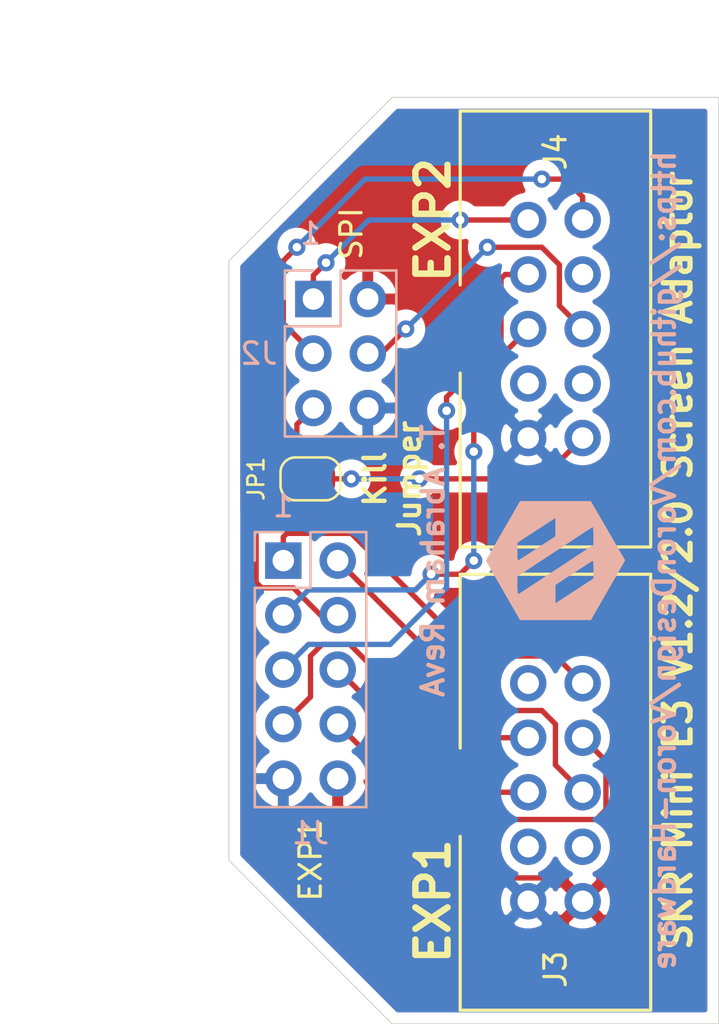
<source format=kicad_pcb>
(kicad_pcb (version 20211014) (generator pcbnew)
  (layers (0 "F.Cu" signal) (31 "B.Cu" signal) (34 "B.Paste" user) (35 "F.Paste" user) (36 "B.SilkS" user "B.Silkscreen") (37 "F.SilkS" user "F.Silkscreen") (38 "B.Mask" user) (39 "F.Mask" user) (44 "Edge.Cuts" user))
  (net 0 "")
  (net 1 "/+5V")
  (net 2 "/GND")
  (net 3 "/PB15")
  (net 4 "/PB8")
  (net 5 "/PB9")
  (net 6 "/PA10")
  (net 7 "/RST")
  (net 8 "/PA9")
  (net 9 "/PA15")
  (net 10 "/PB5")
  (net 11 "/MOSI")
  (net 12 "/SCK")
  (net 13 "/MISO")
  (net 14 "/Kill")
  (footprint "TRA_KiCad_Footprints:Shrouded_2x5_pin_header" (layer "F.Cu") (at 138.43 117.475 -90)
    (fp_text reference "J3" (at 8.255 0 90) (layer "F.SilkS"))
    (fp_text value "Screen_EXP1")
    (fp_line (start 0 -4.445) (end 10.16 -4.445) (layer "F.SilkS") (width 0.15))
    (fp_line (start -2.055 4.445) (end -10.16 4.445) (layer "F.SilkS") (width 0.15))
    (fp_line (start 0 -4.445) (end -10.16 -4.445) (layer "F.SilkS") (width 0.15))
    (fp_line (start 10.16 -4.445) (end 10.16 4.445) (layer "F.SilkS") (width 0.15))
    (fp_line (start 10.16 4.445) (end 2.055 4.445) (layer "F.SilkS") (width 0.15))
    (fp_line (start -10.16 4.445) (end -10.16 -4.445) (layer "F.SilkS") (width 0.15))
    (pad "1" thru_hole circle (at -5.08 1.27 270) (size 1.7 1.7) (drill 1) (layers *.Cu *.Mask))
    (pad "2" thru_hole circle (at -5.08 -1.27 270) (size 1.7 1.7) (drill 1) (layers *.Cu *.Mask) (net 10 "/PB5"))
    (pad "3" thru_hole circle (at -2.54 1.27 270) (size 1.7 1.7) (drill 1) (layers *.Cu *.Mask) (net 4 "/PB8"))
    (pad "4" thru_hole circle (at -2.54 -1.27 270) (size 1.7 1.7) (drill 1) (layers *.Cu *.Mask) (net 3 "/PB15"))
    (pad "5" thru_hole circle (at 0 1.27 270) (size 1.7 1.7) (drill 1) (layers *.Cu *.Mask) (net 5 "/PB9"))
    (pad "6" thru_hole circle (at 0 -1.27 270) (size 1.7 1.7) (drill 1) (layers *.Cu *.Mask) (net 9 "/PA15"))
    (pad "7" thru_hole circle (at 2.54 1.27 270) (size 1.7 1.7) (drill 1) (layers *.Cu *.Mask))
    (pad "8" thru_hole circle (at 2.54 -1.27 270) (size 1.7 1.7) (drill 1) (layers *.Cu *.Mask))
    (pad "9" thru_hole circle (at 5.08 1.27 270) (size 1.7 1.7) (drill 1) (layers *.Cu *.Mask) (net 2 "/GND"))
    (pad "10" thru_hole circle (at 5.08 -1.27 270) (size 1.7 1.7) (drill 1) (layers *.Cu *.Mask) (net 1 "/+5V"))
  )
  (footprint "TRA_KiCad_Footprints:Shrouded_2x5_pin_header" (layer "F.Cu") (at 138.43 95.885 -90)
    (fp_text reference "J4" (at -8.255 0 90) (layer "F.SilkS"))
    (fp_text value "Screen_EXP2")
    (fp_line (start 10.16 4.445) (end 2.055 4.445) (layer "F.SilkS") (width 0.15))
    (fp_line (start 0 -4.445) (end -10.16 -4.445) (layer "F.SilkS") (width 0.15))
    (fp_line (start 0 -4.445) (end 10.16 -4.445) (layer "F.SilkS") (width 0.15))
    (fp_line (start -10.16 4.445) (end -10.16 -4.445) (layer "F.SilkS") (width 0.15))
    (fp_line (start -2.055 4.445) (end -10.16 4.445) (layer "F.SilkS") (width 0.15))
    (fp_line (start 10.16 -4.445) (end 10.16 4.445) (layer "F.SilkS") (width 0.15))
    (pad "1" thru_hole circle (at -5.08 1.27 270) (size 1.7 1.7) (drill 1) (layers *.Cu *.Mask) (net 13 "/MISO"))
    (pad "2" thru_hole circle (at -5.08 -1.27 270) (size 1.7 1.7) (drill 1) (layers *.Cu *.Mask) (net 12 "/SCK"))
    (pad "3" thru_hole circle (at -2.54 1.27 270) (size 1.7 1.7) (drill 1) (layers *.Cu *.Mask) (net 6 "/PA10"))
    (pad "4" thru_hole circle (at -2.54 -1.27 270) (size 1.7 1.7) (drill 1) (layers *.Cu *.Mask))
    (pad "5" thru_hole circle (at 0 1.27 270) (size 1.7 1.7) (drill 1) (layers *.Cu *.Mask) (net 8 "/PA9"))
    (pad "6" thru_hole circle (at 0 -1.27 270) (size 1.7 1.7) (drill 1) (layers *.Cu *.Mask) (net 11 "/MOSI"))
    (pad "7" thru_hole circle (at 2.54 1.27 270) (size 1.7 1.7) (drill 1) (layers *.Cu *.Mask))
    (pad "8" thru_hole circle (at 2.54 -1.27 270) (size 1.7 1.7) (drill 1) (layers *.Cu *.Mask))
    (pad "9" thru_hole circle (at 5.08 1.27 270) (size 1.7 1.7) (drill 1) (layers *.Cu *.Mask) (net 2 "/GND"))
    (pad "10" thru_hole circle (at 5.08 -1.27 270) (size 1.7 1.7) (drill 1) (layers *.Cu *.Mask) (net 14 "/Kill"))
  )
  (footprint "Jumper:SolderJumper-2_P1.3mm_Bridged_RoundedPad1.0x1.5mm" (layer "F.Cu") (at 127 102.87)
    (fp_text reference "JP1" (at -2.54 0 90) (layer "F.SilkS") (effects (font (size 0.75 0.75) (thickness 0.12))))
    (fp_text value "Jumper_NC_Small")
    (fp_poly (pts (xy 0.25 -0.3) (xy -0.25 -0.3) (xy -0.25 0.3) (xy 0.25 0.3)) (layer "F.Cu") (width 0) (fill solid))
    (fp_line (start -0.7 -1) (end 0.7 -1) (layer "F.SilkS") (width 0.12))
    (fp_line (start -1.4 0.3) (end -1.4 -0.3) (layer "F.SilkS") (width 0.12))
    (fp_line (start 0.7 1) (end -0.7 1) (layer "F.SilkS") (width 0.12))
    (fp_line (start 1.4 -0.3) (end 1.4 0.3) (layer "F.SilkS") (width 0.12))
    (fp_arc (start -0.7 1) (mid -1.194975 0.794975) (end -1.4 0.3) (layer "F.SilkS") (width 0.12))
    (fp_arc (start 0.7 -1) (mid 1.194975 -0.794975) (end 1.4 -0.3) (layer "F.SilkS") (width 0.12))
    (fp_arc (start 1.4 0.3) (mid 1.194975 0.794975) (end 0.7 1) (layer "F.SilkS") (width 0.12))
    (fp_arc (start -1.4 -0.3) (mid -1.194975 -0.794975) (end -0.7 -1) (layer "F.SilkS") (width 0.12))
    (pad "1" smd custom locked (at -0.65 0) (size 1 0.5) (layers "F.Cu" "F.Mask") (net 7 "/RST") (options (clearance outline) (anchor rect)) (primitives (gr_circle (center 0 0.25) (end 0.5 0.25) (width 0) (fill yes)) (gr_circle (center 0 -0.25) (end 0.5 -0.25) (width 0) (fill yes)) (gr_poly (pts (xy 0.5 0.75) (xy 0 0.75) (xy 0 -0.75) (xy 0.5 -0.75)) (width 0) (fill yes))))
    (pad "2" smd custom locked (at 0.65 0) (size 1 0.5) (layers "F.Cu" "F.Mask") (net 14 "/Kill") (options (clearance outline) (anchor rect)) (primitives (gr_circle (center 0 0.25) (end 0.5 0.25) (width 0) (fill yes)) (gr_circle (center 0 -0.25) (end 0.5 -0.25) (width 0) (fill yes)) (gr_poly (pts (xy 0 0.75) (xy -0.5 0.75) (xy -0.5 -0.75) (xy 0 -0.75)) (width 0) (fill yes))))
  )
  (footprint "Connector_PinSocket_2.54mm:PinSocket_2x05_P2.54mm_Vertical" (layer "B.Cu") (at 125.73 106.68 180)
    (fp_text reference "J1" (at -1.27 -12.7) (layer "B.SilkS") (effects (justify mirror)))
    (fp_text value "Board_EXP1")
    (fp_line (start -3.87 -11.49) (end 1.33 -11.49) (layer "B.SilkS") (width 0.12))
    (fp_line (start 0 1.33) (end 1.33 1.33) (layer "B.SilkS") (width 0.12))
    (fp_line (start -1.27 -1.27) (end 1.33 -1.27) (layer "B.SilkS") (width 0.12))
    (fp_line (start 1.33 1.33) (end 1.33 0) (layer "B.SilkS") (width 0.12))
    (fp_line (start -1.27 1.33) (end -1.27 -1.27) (layer "B.SilkS") (width 0.12))
    (fp_line (start 1.33 -1.27) (end 1.33 -11.49) (layer "B.SilkS") (width 0.12))
    (fp_line (start -3.87 1.33) (end -3.87 -11.49) (layer "B.SilkS") (width 0.12))
    (fp_line (start -3.87 1.33) (end -1.27 1.33) (layer "B.SilkS") (width 0.12))
    (pad "1" thru_hole rect locked (at 0 0 180) (size 1.7 1.7) (drill 1) (layers *.Cu *.Mask) (net 10 "/PB5"))
    (pad "2" thru_hole oval locked (at -2.54 0 180) (size 1.7 1.7) (drill 1) (layers *.Cu *.Mask) (net 9 "/PA15"))
    (pad "3" thru_hole oval locked (at 0 -2.54 180) (size 1.7 1.7) (drill 1) (layers *.Cu *.Mask) (net 8 "/PA9"))
    (pad "4" thru_hole oval locked (at -2.54 -2.54 180) (size 1.7 1.7) (drill 1) (layers *.Cu *.Mask) (net 7 "/RST"))
    (pad "5" thru_hole oval locked (at 0 -5.08 180) (size 1.7 1.7) (drill 1) (layers *.Cu *.Mask) (net 6 "/PA10"))
    (pad "6" thru_hole oval locked (at -2.54 -5.08 180) (size 1.7 1.7) (drill 1) (layers *.Cu *.Mask) (net 5 "/PB9"))
    (pad "7" thru_hole oval locked (at 0 -7.62 180) (size 1.7 1.7) (drill 1) (layers *.Cu *.Mask) (net 4 "/PB8"))
    (pad "8" thru_hole oval locked (at -2.54 -7.62 180) (size 1.7 1.7) (drill 1) (layers *.Cu *.Mask) (net 3 "/PB15"))
    (pad "9" thru_hole oval locked (at 0 -10.16 180) (size 1.7 1.7) (drill 1) (layers *.Cu *.Mask) (net 2 "/GND"))
    (pad "10" thru_hole oval locked (at -2.54 -10.16 180) (size 1.7 1.7) (drill 1) (layers *.Cu *.Mask) (net 1 "/+5V"))
  )
  (footprint "Connector_PinSocket_2.54mm:PinSocket_2x03_P2.54mm_Vertical" (layer "B.Cu") (at 127.133 94.488 180)
    (fp_text reference "J2" (at 2.54 -2.54) (layer "B.SilkS") (effects (justify mirror)))
    (fp_text value "Board_SPI")
    (fp_line (start 1.33 -1.27) (end 1.33 -6.41) (layer "B.SilkS") (width 0.12))
    (fp_line (start -1.27 1.33) (end -1.27 -1.27) (layer "B.SilkS") (width 0.12))
    (fp_line (start 1.33 1.33) (end 1.33 0) (layer "B.SilkS") (width 0.12))
    (fp_line (start -3.87 -6.41) (end 1.33 -6.41) (layer "B.SilkS") (width 0.12))
    (fp_line (start 0 1.33) (end 1.33 1.33) (layer "B.SilkS") (width 0.12))
    (fp_line (start -3.87 1.33) (end -3.87 -6.41) (layer "B.SilkS") (width 0.12))
    (fp_line (start -1.27 -1.27) (end 1.33 -1.27) (layer "B.SilkS") (width 0.12))
    (fp_line (start -3.87 1.33) (end -1.27 1.33) (layer "B.SilkS") (width 0.12))
    (pad "1" thru_hole rect locked (at 0 0 180) (size 1.7 1.7) (drill 1) (layers *.Cu *.Mask) (net 13 "/MISO"))
    (pad "2" thru_hole oval locked (at -2.54 0 180) (size 1.7 1.7) (drill 1) (layers *.Cu *.Mask) (net 1 "/+5V"))
    (pad "3" thru_hole oval locked (at 0 -2.54 180) (size 1.7 1.7) (drill 1) (layers *.Cu *.Mask) (net 12 "/SCK"))
    (pad "4" thru_hole oval locked (at -2.54 -2.54 180) (size 1.7 1.7) (drill 1) (layers *.Cu *.Mask) (net 11 "/MOSI"))
    (pad "5" thru_hole oval locked (at 0 -5.08 180) (size 1.7 1.7) (drill 1) (layers *.Cu *.Mask) (net 7 "/RST"))
    (pad "6" thru_hole oval locked (at -2.54 -5.08 180) (size 1.7 1.7) (drill 1) (layers *.Cu *.Mask) (net 2 "/GND"))
  )
  (footprint "TRA_KiCad_Footprints:VoronLogo_6pt5mm_silkScreen" (layer "B.Cu") (at 138.43 106.68 -90)
    (fp_text reference "G***" hide)
    (fp_text value "LOGO" hide)
    (fp_poly (pts (xy 2.7686 1.64985) (xy 2.7686 -1.649849) (xy 1.379308 -2.450524) (xy 1.039339 -2.646185) (xy 0.729012 -2.824267) (xy 0.458882 -2.978754) (xy 0.239505 -3.10363) (xy 0.081439 -3.192877) (xy -0.004761 -3.240478) (xy -0.017692 -3.24677) (xy -0.061819 -3.221166) (xy -0.183209 -3.150713) (xy -0.371255 -3.041566) (xy -0.615351 -2.899881) (xy -0.904891 -2.731815) (xy -1.229269 -2.543525) (xy -1.397 -2.446162) (xy -2.622352 -1.734876) (xy -1.566334 -1.734876) (xy -1.527559 -1.754402) (xy -1.409521 -1.769187) (xy -1.234533 -1.776891) (xy -1.159934 -1.777479) (xy -0.7366 -1.776959) (xy -0.722179 -1.755076) (xy 0 -1.755076) (xy 0.04685 -1.765563) (xy 0.171616 -1.7735) (xy 0.350623 -1.777596) (xy 0.4191 -1.777886) (xy 0.8382 -1.777772) (xy 1.3208 -1.034043) (xy 1.485838 -0.779678) (xy 1.637963 -0.545166) (xy 1.765863 -0.347951) (xy 1.858223 -0.205476) (xy 1.897288 -0.145156) (xy 1.991177 0) (xy 1.129093 0) (xy 0.564546 -0.866076) (xy 0.394034 -1.128735) (xy 0.244186 -1.361619) (xy 0.123286 -1.551683) (xy 0.039618 -1.685882) (xy 0.001465 -1.751172) (xy 0 -1.755076) (xy -0.722179 -1.755076) (xy 0.4064 -0.042603) (xy 0.654036 0.333568) (xy 0.884037 0.683745) (xy 1.09042 0.998762) (xy 1.267202 1.269449) (xy 1.408399 1.486639) (xy 1.508029 1.641163) (xy 1.560108 1.723852) (xy 1.566333 1.734877) (xy 1.527558 1.754403) (xy 1.40952 1.769188) (xy 1.234532 1.776892) (xy 1.159933 1.77748) (xy 0.7366 1.77696) (xy -0.4064 0.042604) (xy -0.654037 -0.333567) (xy -0.884038 -0.683744) (xy -1.090421 -0.998761) (xy -1.267203 -1.269448) (xy -1.4084 -1.486638) (xy -1.50803 -1.641162) (xy -1.560109 -1.723851) (xy -1.566334 -1.734876) (xy -2.622352 -1.734876) (xy -2.7686 -1.649983) (xy -2.7686 0) (xy -1.991178 0) (xy -1.129094 0) (xy -0.564547 0.866077) (xy -0.394035 1.128736) (xy -0.244187 1.36162) (xy -0.123287 1.551684) (xy -0.039619 1.685883) (xy -0.001466 1.751173) (xy 0 1.755077) (xy -0.046851 1.765564) (xy -0.171617 1.773501) (xy -0.350624 1.777597) (xy -0.4191 1.777887) (xy -0.8382 1.777773) (xy -1.3208 1.034044) (xy -1.485839 0.779679) (xy -1.637964 0.545167) (xy -1.765864 0.347952) (xy -1.858224 0.205477) (xy -1.897289 0.145157) (xy -1.991178 0) (xy -2.7686 0) (xy -2.7686 1.64985) (xy 0 3.245448) (xy 2.7686 1.64985)) (layer "B.SilkS") (width 0.01) (fill solid))
  )
  (gr_line (start 146.05 85.09) (end 146.05 128.27) (layer "Edge.Cuts") (width 0.05))
  (gr_line (start 130.81 128.27) (end 123.19 120.65) (layer "Edge.Cuts") (width 0.05))
  (gr_line (start 123.19 92.71) (end 123.19 120.65) (layer "Edge.Cuts") (width 0.05))
  (gr_line (start 146.05 85.09) (end 130.81 85.09) (layer "Edge.Cuts") (width 0.05))
  (gr_line (start 146.05 128.27) (end 130.81 128.27) (layer "Edge.Cuts") (width 0.05))
  (gr_line (start 130.81 85.09) (end 123.19 92.71) (layer "Edge.Cuts") (width 0.05))
  (gr_text "1" (at 127 91.44) (layer "B.SilkS") (effects (font (size 1 1)) (justify mirror)))
  (gr_text "https://github.com/VoronDesign/Voron-Hardware" (at 143.51 106.68 90) (layer "B.SilkS") (effects (font (size 1 1) (thickness 0.2)) (justify mirror)))
  (gr_text "T. Abraham RevA" (at 132.715 106.68 90) (layer "B.SilkS") (effects (font (size 1 1) (thickness 0.2)) (justify mirror)))
  (gr_text "1" (at 125.73 104.14) (layer "B.SilkS") (effects (font (size 1 1)) (justify mirror)))
  (gr_text "EXP2" (at 132.715 90.805 90) (layer "F.SilkS") (effects (font (size 1.5 1.5) (thickness 0.3))))
  (gr_text "EXP1" (at 127 120.65 90) (layer "F.SilkS") (effects (font (size 1 1))))
  (gr_text "EXP1" (at 132.715 122.555 90) (layer "F.SilkS") (effects (font (size 1.5 1.5) (thickness 0.3))))
  (gr_text "SKR Mini E3 V1.2/2.0 Screen Adaptor" (at 144.145 106.68 90) (layer "F.SilkS") (effects (font (size 1.25 1.25) (thickness 0.25))))
  (gr_text "SPI" (at 128.905 91.44 90) (layer "F.SilkS") (effects (font (size 1 1))))
  (gr_text "Kill\nJumper" (at 130.81 102.87 90) (layer "F.SilkS") (effects (font (size 1 1) (thickness 0.2))))
  (segment (start 128.27 116.84) (end 128.27 118.042081) (width 0.25) (layer "F.Cu") (net 1))
  (segment (start 138.938001 121.793001) (end 139.7 122.555) (width 0.25) (layer "F.Cu") (net 1))
  (segment (start 131.695918 121.467999) (end 138.612999 121.467999) (width 0.25) (layer "F.Cu") (net 1))
  (segment (start 138.612999 121.467999) (end 138.938001 121.793001) (width 0.25) (layer "F.Cu") (net 1))
  (segment (start 128.27 118.042081) (end 131.695918 121.467999) (width 0.25) (layer "F.Cu") (net 1))
  (segment (start 140.787001 118.292999) (end 140.787001 116.022001) (width 0.25) (layer "F.Cu") (net 3))
  (segment (start 140.787001 116.022001) (end 140.461999 115.696999) (width 0.25) (layer "F.Cu") (net 3))
  (segment (start 132.715 118.745) (end 140.335 118.745) (width 0.25) (layer "F.Cu") (net 3))
  (segment (start 140.461999 115.696999) (end 139.7 114.935) (width 0.25) (layer "F.Cu") (net 3))
  (segment (start 128.27 114.3) (end 132.715 118.745) (width 0.25) (layer "F.Cu") (net 3))
  (segment (start 140.335 118.745) (end 140.787001 118.292999) (width 0.25) (layer "F.Cu") (net 3))
  (segment (start 127 113.03) (end 125.73 114.3) (width 0.25) (layer "F.Cu") (net 4))
  (segment (start 127 111.125) (end 127 113.03) (width 0.25) (layer "F.Cu") (net 4))
  (segment (start 127.540001 110.584999) (end 127 111.125) (width 0.25) (layer "F.Cu") (net 4))
  (segment (start 133.184002 114.935) (end 128.834001 110.584999) (width 0.25) (layer "F.Cu") (net 4))
  (segment (start 128.834001 110.584999) (end 127.540001 110.584999) (width 0.25) (layer "F.Cu") (net 4))
  (segment (start 137.16 114.935) (end 133.184002 114.935) (width 0.25) (layer "F.Cu") (net 4))
  (segment (start 133.985 117.475) (end 128.27 111.76) (width 0.25) (layer "F.Cu") (net 5))
  (segment (start 137.16 117.475) (end 133.985 117.475) (width 0.25) (layer "F.Cu") (net 5))
  (segment (start 136.08237 93.345) (end 137.16 93.345) (width 0.25) (layer "F.Cu") (net 6))
  (segment (start 135.89 96.51859) (end 135.89 93.53737) (width 0.25) (layer "F.Cu") (net 6))
  (segment (start 135.89 93.53737) (end 136.08237 93.345) (width 0.25) (layer "F.Cu") (net 6))
  (segment (start 133.35 99.695) (end 133.35 99.05859) (width 0.25) (layer "F.Cu") (net 6))
  (segment (start 133.35 99.05859) (end 135.89 96.51859) (width 0.25) (layer "F.Cu") (net 6))
  (via (at 133.35 99.695) (size 0.8) (drill 0.4) (layers "F.Cu" "B.Cu") (net 6))
  (segment (start 126.579999 110.910001) (end 125.73 111.76) (width 0.25) (layer "B.Cu") (net 6))
  (segment (start 133.35 107.95141) (end 130.716411 110.584999) (width 0.25) (layer "B.Cu") (net 6))
  (segment (start 130.716411 110.584999) (end 126.905001 110.584999) (width 0.25) (layer "B.Cu") (net 6))
  (segment (start 126.905001 110.584999) (end 126.579999 110.910001) (width 0.25) (layer "B.Cu") (net 6))
  (segment (start 133.35 99.695) (end 133.35 107.95141) (width 0.25) (layer "B.Cu") (net 6))
  (segment (start 124.46 104.76) (end 126.35 102.87) (width 0.25) (layer "F.Cu") (net 7))
  (segment (start 126.365 100.33) (end 126.365 102.235) (width 0.25) (layer "F.Cu") (net 7))
  (segment (start 126.199002 107.95) (end 124.714998 107.95) (width 0.25) (layer "F.Cu") (net 7))
  (segment (start 128.27 109.22) (end 127.469002 109.22) (width 0.25) (layer "F.Cu") (net 7))
  (segment (start 124.46 107.695002) (end 124.46 104.76) (width 0.25) (layer "F.Cu") (net 7))
  (segment (start 124.714998 107.95) (end 124.46 107.695002) (width 0.25) (layer "F.Cu") (net 7))
  (segment (start 127.127 99.568) (end 126.365 100.33) (width 0.25) (layer "F.Cu") (net 7))
  (segment (start 127.133 99.568) (end 127.127 99.568) (width 0.25) (layer "F.Cu") (net 7))
  (segment (start 127.469002 109.22) (end 126.199002 107.95) (width 0.25) (layer "F.Cu") (net 7))
  (segment (start 134.62 106.68) (end 134.62 106.68) (width 0.25) (layer "F.Cu") (net 8))
  (segment (start 132.625 107.315) (end 133.985 107.315) (width 0.25) (layer "F.Cu") (net 8))
  (segment (start 133.985 107.315) (end 134.62 106.68) (width 0.25) (layer "F.Cu") (net 8))
  (segment (start 134.62 98.425) (end 137.16 95.885) (width 0.25) (layer "F.Cu") (net 8))
  (segment (start 134.62 101.6) (end 134.62 98.425) (width 0.25) (layer "F.Cu") (net 8))
  (via (at 132.625 107.315) (size 0.8) (drill 0.4) (layers "F.Cu" "B.Cu") (net 8))
  (via (at 134.62 106.68) (size 0.8) (drill 0.4) (layers "F.Cu" "B.Cu") (net 8))
  (via (at 134.62 101.6) (size 0.8) (drill 0.4) (layers "F.Cu" "B.Cu") (net 8))
  (segment (start 134.62 106.68) (end 134.62 101.6) (width 0.25) (layer "B.Cu") (net 8))
  (segment (start 131.895001 108.044999) (end 132.625 107.315) (width 0.25) (layer "B.Cu") (net 8))
  (segment (start 125.73 109.22) (end 126.905001 108.044999) (width 0.25) (layer "B.Cu") (net 8))
  (segment (start 126.905001 108.044999) (end 131.895001 108.044999) (width 0.25) (layer "B.Cu") (net 8))
  (segment (start 138.43 116.205) (end 138.43 114.3) (width 0.25) (layer "F.Cu") (net 9))
  (segment (start 139.7 117.475) (end 138.43 116.205) (width 0.25) (layer "F.Cu") (net 9))
  (segment (start 135.255 113.665) (end 128.27 106.68) (width 0.25) (layer "F.Cu") (net 9))
  (segment (start 137.795 113.665) (end 135.255 113.665) (width 0.25) (layer "F.Cu") (net 9))
  (segment (start 138.43 114.3) (end 137.795 113.665) (width 0.25) (layer "F.Cu") (net 9))
  (segment (start 125.9 105.41) (end 125.73 105.58) (width 0.25) (layer "F.Cu") (net 10))
  (segment (start 139.7 112.395) (end 138.43 111.125) (width 0.25) (layer "F.Cu") (net 10))
  (segment (start 128.905 105.41) (end 125.9 105.41) (width 0.25) (layer "F.Cu") (net 10))
  (segment (start 134.62 111.125) (end 128.905 105.41) (width 0.25) (layer "F.Cu") (net 10))
  (segment (start 138.43 111.125) (end 134.62 111.125) (width 0.25) (layer "F.Cu") (net 10))
  (segment (start 125.73 105.58) (end 125.73 106.68) (width 0.25) (layer "F.Cu") (net 10))
  (segment (start 135.255 92.075) (end 137.795 92.075) (width 0.25) (layer "F.Cu") (net 11))
  (segment (start 138.612999 92.892999) (end 138.612999 94.797999) (width 0.25) (layer "F.Cu") (net 11))
  (segment (start 138.612999 94.797999) (end 138.938001 95.123001) (width 0.25) (layer "F.Cu") (net 11))
  (segment (start 130.302 97.028) (end 131.445 95.885) (width 0.25) (layer "F.Cu") (net 11))
  (segment (start 129.673 97.028) (end 130.302 97.028) (width 0.25) (layer "F.Cu") (net 11))
  (segment (start 135.255 92.075) (end 135.255 92.075) (width 0.25) (layer "F.Cu") (net 11))
  (segment (start 137.795 92.075) (end 138.612999 92.892999) (width 0.25) (layer "F.Cu") (net 11))
  (segment (start 138.938001 95.123001) (end 139.7 95.885) (width 0.25) (layer "F.Cu") (net 11))
  (via (at 135.255 92.075) (size 0.8) (drill 0.4) (layers "F.Cu" "B.Cu") (net 11))
  (via (at 131.445 95.885) (size 0.8) (drill 0.4) (layers "F.Cu" "B.Cu") (net 11))
  (segment (start 131.445 95.885) (end 135.255 92.075) (width 0.25) (layer "B.Cu") (net 11))
  (segment (start 126.365 92.075) (end 125.73 92.71) (width 0.25) (layer "F.Cu") (net 12))
  (segment (start 139.7 89.72737) (end 138.87263 88.9) (width 0.25) (layer "F.Cu") (net 12))
  (segment (start 125.73 92.71) (end 125.73 95.625) (width 0.25) (layer "F.Cu") (net 12))
  (segment (start 138.87263 88.9) (end 137.795 88.9) (width 0.25) (layer "F.Cu") (net 12))
  (segment (start 127.133 97.028) (end 125.73 95.625) (width 0.25) (layer "F.Cu") (net 12))
  (segment (start 139.7 90.805) (end 139.7 89.72737) (width 0.25) (layer "F.Cu") (net 12))
  (via (at 126.365 92.075) (size 0.8) (drill 0.4) (layers "F.Cu" "B.Cu") (net 12))
  (via (at 137.795 88.9) (size 0.8) (drill 0.4) (layers "F.Cu" "B.Cu") (net 12))
  (segment (start 137.795 88.9) (end 129.54 88.9) (width 0.25) (layer "B.Cu") (net 12))
  (segment (start 129.54 88.9) (end 126.365 92.075) (width 0.25) (layer "B.Cu") (net 12))
  (segment (start 133.985 90.805) (end 136.08237 90.805) (width 0.25) (layer "F.Cu") (net 13))
  (segment (start 127.133 94.488) (end 127.133 93.388) (width 0.25) (layer "F.Cu") (net 13))
  (segment (start 136.08237 90.805) (end 137.16 90.805) (width 0.25) (layer "F.Cu") (net 13))
  (segment (start 127.133 93.388) (end 127.723 92.798) (width 0.25) (layer "F.Cu") (net 13))
  (via (at 133.985 90.805) (size 0.8) (drill 0.4) (layers "F.Cu" "B.Cu") (net 13))
  (via (at 127.723 92.798) (size 0.8) (drill 0.4) (layers "F.Cu" "B.Cu") (net 13))
  (segment (start 127.723 92.798) (end 129.716 90.805) (width 0.25) (layer "B.Cu") (net 13))
  (segment (start 129.716 90.805) (end 133.985 90.805) (width 0.25) (layer "B.Cu") (net 13))
  (segment (start 132.08 102.87) (end 137.795 102.87) (width 0.25) (layer "F.Cu") (net 14))
  (segment (start 127.65 102.87) (end 128.905 102.87) (width 0.25) (layer "F.Cu") (net 14))
  (segment (start 137.795 102.87) (end 139.7 100.965) (width 0.25) (layer "F.Cu") (net 14))
  (via (at 132.08 102.87) (size 0.8) (drill 0.4) (layers "F.Cu" "B.Cu") (net 14))
  (via (at 128.905 102.87) (size 0.8) (drill 0.4) (layers "F.Cu" "B.Cu") (net 14))
  (segment (start 128.905 102.87) (end 132.08 102.87) (width 0.25) (layer "B.Cu") (net 14))
  (zone (net 1) (net_name "/+5V") (layer "F.Cu") (connect_pads (clearance 0.508)) (min_thickness 0.254) (fill yes (thermal_gap 0.508) (thermal_bridge_width 0.508))
    (polygon (pts (xy 123.19 120.65) (xy 123.19 92.71) (xy 130.81 85.09) (xy 146.05 85.09) (xy 146.05 128.27) (xy 130.81 128.27)))
  )
  (zone (net 2) (net_name "/GND") (layer "B.Cu") (connect_pads (clearance 0.508)) (min_thickness 0.254) (fill yes (thermal_gap 0.508) (thermal_bridge_width 0.508))
    (polygon (pts (xy 123.19 120.65) (xy 123.19 92.71) (xy 130.81 85.09) (xy 146.05 85.09) (xy 146.05 128.27) (xy 130.81 128.27)))
  )
)
</source>
